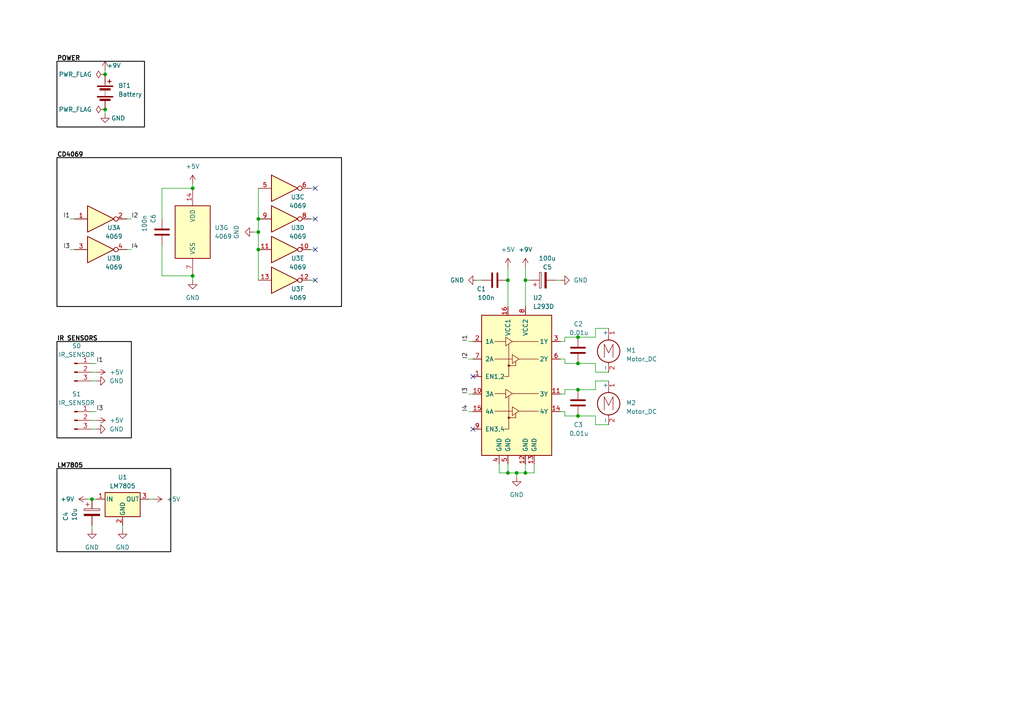
<source format=kicad_sch>
(kicad_sch (version 20230121) (generator eeschema)
  (paper "A4")
  (title_block (title "L293D Motor Controller") (date "2023-08-24") (rev "0") (company "N/A") (comment 1 "N/A"))
  (lib_symbols
    (symbol "4xxx:4069" (pin_names (offset 1.016))
      (property "Reference" "U" (at 0 1.27 0))
      (property "Value" "4069" (at 0 -1.27 0))
      (symbol "4069_1_0"
        (polyline (pts (xy -3.81 3.81) (xy -3.81 -3.81) (xy 3.81 0) (xy -3.81 3.81)) (stroke (width 0.254)) (fill (type background)))
        (pin input line (at -7.62 0 0) (length 3.81) (name "~") (number "1"))
        (pin output inverted (at 7.62 0 180) (length 3.81) (name "~") (number "2"))
      )
      (symbol "4069_2_0"
        (polyline (pts (xy -3.81 3.81) (xy -3.81 -3.81) (xy 3.81 0) (xy -3.81 3.81)) (stroke (width 0.254)) (fill (type background)))
        (pin input line (at -7.62 0 0) (length 3.81) (name "~") (number "3"))
        (pin output inverted (at 7.62 0 180) (length 3.81) (name "~") (number "4"))
      )
      (symbol "4069_3_0"
        (polyline (pts (xy -3.81 3.81) (xy -3.81 -3.81) (xy 3.81 0) (xy -3.81 3.81)) (stroke (width 0.254)) (fill (type background)))
        (pin input line (at -7.62 0 0) (length 3.81) (name "~") (number "5"))
        (pin output inverted (at 7.62 0 180) (length 3.81) (name "~") (number "6"))
      )
      (symbol "4069_4_0"
        (polyline (pts (xy -3.81 3.81) (xy -3.81 -3.81) (xy 3.81 0) (xy -3.81 3.81)) (stroke (width 0.254)) (fill (type background)))
        (pin output inverted (at 7.62 0 180) (length 3.81) (name "~") (number "8"))
        (pin input line (at -7.62 0 0) (length 3.81) (name "~") (number "9"))
      )
      (symbol "4069_5_0"
        (polyline (pts (xy -3.81 3.81) (xy -3.81 -3.81) (xy 3.81 0) (xy -3.81 3.81)) (stroke (width 0.254)) (fill (type background)))
        (pin output inverted (at 7.62 0 180) (length 3.81) (name "~") (number "10"))
        (pin input line (at -7.62 0 0) (length 3.81) (name "~") (number "11"))
      )
      (symbol "4069_6_0"
        (polyline (pts (xy -3.81 3.81) (xy -3.81 -3.81) (xy 3.81 0) (xy -3.81 3.81)) (stroke (width 0.254)) (fill (type background)))
        (pin output inverted (at 7.62 0 180) (length 3.81) (name "~") (number "12"))
        (pin input line (at -7.62 0 0) (length 3.81) (name "~") (number "13"))
      )
      (symbol "4069_7_0"
        (pin power_in line (at 0 12.7 270) (length 5.08) (name "VDD") (number "14"))
        (pin power_in line (at 0 -12.7 90) (length 5.08) (name "VSS") (number "7"))
      )
      (symbol "4069_7_1"
        (rectangle (start -5.08 7.62) (end 5.08 -7.62) (stroke (width 0.254)) (fill (type background)))
      )
    )
    (symbol "Connector:Conn_01x03_Pin" (pin_names (offset 1.016) hide)
      (property "Reference" "J" (at 0 5.08 0))
      (property "Value" "Conn_01x03_Pin" (at 0 -5.08 0))
      (symbol "Conn_01x03_Pin_1_1"
        (polyline (pts (xy 1.27 -2.54) (xy 0.8636 -2.54)) (stroke (width 0.1524)))
        (polyline (pts (xy 1.27 0) (xy 0.8636 0)) (stroke (width 0.1524)))
        (polyline (pts (xy 1.27 2.54) (xy 0.8636 2.54)) (stroke (width 0.1524)))
        (rectangle (start 0.8636 -2.413) (end 0 -2.667) (stroke (width 0.1524)) (fill (type outline)))
        (rectangle (start 0.8636 0.127) (end 0 -0.127) (stroke (width 0.1524)) (fill (type outline)))
        (rectangle (start 0.8636 2.667) (end 0 2.413) (stroke (width 0.1524)) (fill (type outline)))
        (pin passive line (at 5.08 2.54 180) (length 3.81) (name "Pin_1") (number "1"))
        (pin passive line (at 5.08 0 180) (length 3.81) (name "Pin_2") (number "2"))
        (pin passive line (at 5.08 -2.54 180) (length 3.81) (name "Pin_3") (number "3"))
      )
    )
    (symbol "Device:Battery" (pin_numbers hide) (pin_names (offset 0) hide)
      (property "Reference" "BT" (at 2.54 2.54 0))
      (property "Value" "Battery" (at 2.54 0 0))
      (symbol "Battery_0_1"
        (rectangle (start -2.286 -1.27) (end 2.286 -1.524) (fill (type outline)))
        (rectangle (start -2.286 1.778) (end 2.286 1.524) (fill (type outline)))
        (rectangle (start -1.524 -2.032) (end 1.524 -2.54) (fill (type outline)))
        (rectangle (start -1.524 1.016) (end 1.524 0.508) (fill (type outline)))
        (polyline (pts (xy 0 -1.016) (xy 0 -0.762)))
        (polyline (pts (xy 0 -0.508) (xy 0 -0.254)))
        (polyline (pts (xy 0 0) (xy 0 0.254)))
        (polyline (pts (xy 0 1.778) (xy 0 2.54)))
        (polyline (pts (xy 0.762 3.048) (xy 1.778 3.048)) (stroke (width 0.254)))
        (polyline (pts (xy 1.27 3.556) (xy 1.27 2.54)) (stroke (width 0.254)))
      )
      (symbol "Battery_1_1"
        (pin passive line (at 0 5.08 270) (length 2.54) (name "+") (number "1"))
        (pin passive line (at 0 -5.08 90) (length 2.54) (name "-") (number "2"))
      )
    )
    (symbol "Device:C" (pin_numbers hide) (pin_names (offset 0.254))
      (property "Reference" "C" (at 0.635 2.54 0))
      (property "Value" "C" (at 0.635 -2.54 0))
      (symbol "C_0_1"
        (polyline (pts (xy -2.032 -0.762) (xy 2.032 -0.762)) (stroke (width 0.508)))
        (polyline (pts (xy -2.032 0.762) (xy 2.032 0.762)) (stroke (width 0.508)))
      )
      (symbol "C_1_1"
        (pin passive line (at 0 3.81 270) (length 2.794) (name "~") (number "1"))
        (pin passive line (at 0 -3.81 90) (length 2.794) (name "~") (number "2"))
      )
    )
    (symbol "Device:C_Polarized" (pin_numbers hide) (pin_names (offset 0.254))
      (property "Reference" "C" (at 0.635 2.54 0))
      (property "Value" "C_Polarized" (at 0.635 -2.54 0))
      (symbol "C_Polarized_0_1"
        (rectangle (start -2.286 0.508) (end 2.286 1.016))
        (polyline (pts (xy -1.778 2.286) (xy -0.762 2.286)))
        (polyline (pts (xy -1.27 2.794) (xy -1.27 1.778)))
        (rectangle (start 2.286 -0.508) (end -2.286 -1.016) (fill (type outline)))
      )
      (symbol "C_Polarized_1_1"
        (pin passive line (at 0 3.81 270) (length 2.794) (name "~") (number "1"))
        (pin passive line (at 0 -3.81 90) (length 2.794) (name "~") (number "2"))
      )
    )
    (symbol "Driver_Motor:L293D" (pin_names (offset 1.016))
      (property "Reference" "U" (at -5.08 26.035 0))
      (property "Value" "L293D" (at -5.08 24.13 0))
      (symbol "L293D_0_1"
        (rectangle (start -10.16 22.86) (end 10.16 -17.78) (stroke (width 0.254)) (fill (type background)))
        (circle (center -2.286 -6.858) (radius 0.254) (fill (type outline)))
        (circle (center -2.286 8.255) (radius 0.254) (fill (type outline)))
        (polyline (pts (xy -6.35 -4.953) (xy -1.27 -4.953)))
        (polyline (pts (xy -6.35 0.127) (xy -3.175 0.127)))
        (polyline (pts (xy -6.35 10.16) (xy -1.27 10.16)))
        (polyline (pts (xy -6.35 15.24) (xy -3.175 15.24)))
        (polyline (pts (xy -1.27 0.127) (xy 6.35 0.127)))
        (polyline (pts (xy -1.27 15.24) (xy 6.35 15.24)))
        (polyline (pts (xy 0.635 -4.953) (xy 6.35 -4.953)))
        (polyline (pts (xy 0.635 10.16) (xy 6.35 10.16)))
        (polyline (pts (xy -2.286 -6.858) (xy -0.254 -6.858) (xy -0.254 -5.588)))
        (polyline (pts (xy -2.286 -0.635) (xy -2.286 -10.16) (xy -3.556 -10.16)))
        (polyline (pts (xy -2.286 8.255) (xy -0.254 8.255) (xy -0.254 9.525)))
        (polyline (pts (xy -2.286 14.478) (xy -2.286 5.08) (xy -3.556 5.08)))
        (polyline (pts (xy -3.175 1.397) (xy -3.175 -1.143) (xy -1.27 0.127) (xy -3.175 1.397)))
        (polyline (pts (xy -3.175 16.51) (xy -3.175 13.97) (xy -1.27 15.24) (xy -3.175 16.51)))
        (polyline (pts (xy -1.27 -3.683) (xy -1.27 -6.223) (xy 0.635 -4.953) (xy -1.27 -3.683)))
        (polyline (pts (xy -1.27 11.43) (xy -1.27 8.89) (xy 0.635 10.16) (xy -1.27 11.43)))
      )
      (symbol "L293D_1_1"
        (pin input line (at -12.7 5.08 0) (length 2.54) (name "EN1,2") (number "1"))
        (pin input line (at -12.7 0 0) (length 2.54) (name "3A") (number "10"))
        (pin output line (at 12.7 0 180) (length 2.54) (name "3Y") (number "11"))
        (pin power_in line (at 2.54 -20.32 90) (length 2.54) (name "GND") (number "12"))
        (pin power_in line (at 5.08 -20.32 90) (length 2.54) (name "GND") (number "13"))
        (pin output line (at 12.7 -5.08 180) (length 2.54) (name "4Y") (number "14"))
        (pin input line (at -12.7 -5.08 0) (length 2.54) (name "4A") (number "15"))
        (pin power_in line (at -2.54 25.4 270) (length 2.54) (name "VCC1") (number "16"))
        (pin input line (at -12.7 15.24 0) (length 2.54) (name "1A") (number "2"))
        (pin output line (at 12.7 15.24 180) (length 2.54) (name "1Y") (number "3"))
        (pin power_in line (at -5.08 -20.32 90) (length 2.54) (name "GND") (number "4"))
        (pin power_in line (at -2.54 -20.32 90) (length 2.54) (name "GND") (number "5"))
        (pin output line (at 12.7 10.16 180) (length 2.54) (name "2Y") (number "6"))
        (pin input line (at -12.7 10.16 0) (length 2.54) (name "2A") (number "7"))
        (pin power_in line (at 2.54 25.4 270) (length 2.54) (name "VCC2") (number "8"))
        (pin input line (at -12.7 -10.16 0) (length 2.54) (name "EN3,4") (number "9"))
      )
    )
    (symbol "Motor:Motor_DC" (pin_names (offset 0))
      (property "Reference" "M" (at 2.54 2.54 0))
      (property "Value" "Motor_DC" (at 2.54 -5.08 0))
      (symbol "Motor_DC_0_0"
        (polyline (pts (xy -1.27 -3.302) (xy -1.27 0.508) (xy 0 -2.032) (xy 1.27 0.508) (xy 1.27 -3.302)))
      )
      (symbol "Motor_DC_0_1"
        (circle (center 0 -1.524) (radius 3.2512) (stroke (width 0.254)))
        (polyline (pts (xy 0 -7.62) (xy 0 -7.112)))
        (polyline (pts (xy 0 -4.7752) (xy 0 -5.1816)))
        (polyline (pts (xy 0 1.7272) (xy 0 2.0828)))
        (polyline (pts (xy 0 2.032) (xy 0 2.54)))
      )
      (symbol "Motor_DC_1_1"
        (pin passive line (at 0 5.08 270) (length 2.54) (name "+") (number "1"))
        (pin passive line (at 0 -7.62 90) (length 2.54) (name "-") (number "2"))
      )
    )
    (symbol "Regulator_Linear:L7805" (pin_names (offset 0.254))
      (property "Reference" "U" (at -3.81 3.175 0))
      (property "Value" "L7805" (at 0 3.175 0))
      (symbol "L7805_0_1"
        (rectangle (start -5.08 1.905) (end 5.08 -5.08) (stroke (width 0.254)) (fill (type background)))
      )
      (symbol "L7805_1_1"
        (pin power_in line (at -7.62 0 0) (length 2.54) (name "IN") (number "1"))
        (pin power_in line (at 0 -7.62 90) (length 2.54) (name "GND") (number "2"))
        (pin power_out line (at 7.62 0 180) (length 2.54) (name "OUT") (number "3"))
      )
    )
    (symbol "power:+5V" (power) (pin_names (offset 0))
      (property "Value" "+5V" (at 0 3.556 0))
      (symbol "+5V_0_1"
        (polyline (pts (xy -0.762 1.27) (xy 0 2.54)))
        (polyline (pts (xy 0 0) (xy 0 2.54)))
        (polyline (pts (xy 0 2.54) (xy 0.762 1.27)))
      )
      (symbol "+5V_1_1"
        (pin power_in line (at 0 0 90) (length 0) hide (name "+5V") (number "1"))
      )
    )
    (symbol "power:+9V" (power) (pin_names (offset 0))
      (property "Value" "+9V" (at 0 3.556 0))
      (symbol "+9V_0_1"
        (polyline (pts (xy -0.762 1.27) (xy 0 2.54)))
        (polyline (pts (xy 0 0) (xy 0 2.54)))
        (polyline (pts (xy 0 2.54) (xy 0.762 1.27)))
      )
      (symbol "+9V_1_1"
        (pin power_in line (at 0 0 90) (length 0) hide (name "+9V") (number "1"))
      )
    )
    (symbol "power:GND" (power) (pin_names (offset 0))
      (property "Value" "GND" (at 0 -3.81 0))
      (symbol "GND_0_1"
        (polyline (pts (xy 0 0) (xy 0 -1.27) (xy 1.27 -1.27) (xy 0 -2.54) (xy -1.27 -1.27) (xy 0 -1.27)))
      )
      (symbol "GND_1_1"
        (pin power_in line (at 0 0 270) (length 0) hide (name "GND") (number "1"))
      )
    )
    (symbol "power:PWR_FLAG" (power) (pin_numbers hide) (pin_names (offset 0) hide)
      (property "Value" "PWR_FLAG" (at 0 3.81 0))
      (symbol "PWR_FLAG_0_0"
        (pin power_out line (at 0 0 90) (length 0) (name "pwr") (number "1"))
      )
      (symbol "PWR_FLAG_0_1"
        (polyline (pts (xy 0 0) (xy 0 1.27) (xy -1.016 1.905) (xy 0 2.54) (xy 1.016 1.905) (xy 0 1.27)))
      )
    )
  )
  (junction (at 55.88 54.61))
  (junction (at 147.32 137.16))
  (junction (at 147.32 81.28))
  (junction (at 167.64 120.65))
  (junction (at 152.4 137.16))
  (junction (at 55.88 80.01))
  (junction (at 167.64 97.79))
  (junction (at 74.93 72.39))
  (junction (at 167.64 105.41))
  (junction (at 74.93 63.5))
  (junction (at 30.48 31.75))
  (junction (at 152.4 81.28))
  (junction (at 30.48 21.59))
  (junction (at 26.67 144.78))
  (junction (at 167.64 113.03))
  (junction (at 149.86 137.16))
  (junction (at 74.93 67.31))
  (no_connect (at 91.44 81.28))
  (no_connect (at 137.16 109.22))
  (no_connect (at 91.44 72.39))
  (no_connect (at 137.16 124.46))
  (no_connect (at 91.44 63.5))
  (no_connect (at 91.44 54.61))
  (wire (pts (xy 26.67 144.78) (xy 27.94 144.78)))
  (wire (pts (xy 26.67 105.41) (xy 27.94 105.41)))
  (wire (pts (xy 147.32 134.62) (xy 147.32 137.16)))
  (wire (pts (xy 152.4 77.47) (xy 152.4 81.28)))
  (wire (pts (xy 172.72 95.25) (xy 176.53 95.25)))
  (wire (pts (xy 167.64 105.41) (xy 172.72 105.41)))
  (wire (pts (xy 55.88 80.01) (xy 55.88 81.28)))
  (wire (pts (xy 153.67 81.28) (xy 152.4 81.28)))
  (wire (pts (xy 73.66 67.31) (xy 74.93 67.31)))
  (wire (pts (xy 167.64 113.03) (xy 172.72 113.03)))
  (wire (pts (xy 38.1 72.39) (xy 36.83 72.39)))
  (wire (pts (xy 135.89 99.06) (xy 137.16 99.06)))
  (wire (pts (xy 149.86 137.16) (xy 152.4 137.16)))
  (wire (pts (xy 20.32 63.5) (xy 21.59 63.5)))
  (wire (pts (xy 152.4 134.62) (xy 152.4 137.16)))
  (wire (pts (xy 163.83 99.06) (xy 163.83 97.79)))
  (wire (pts (xy 46.99 63.5) (xy 46.99 54.61)))
  (wire (pts (xy 74.93 72.39) (xy 74.93 81.28)))
  (wire (pts (xy 74.93 67.31) (xy 74.93 72.39)))
  (wire (pts (xy 144.78 137.16) (xy 147.32 137.16)))
  (wire (pts (xy 46.99 54.61) (xy 55.88 54.61)))
  (wire (pts (xy 26.67 124.46) (xy 27.94 124.46)))
  (wire (pts (xy 30.48 20.32) (xy 30.48 21.59)))
  (wire (pts (xy 91.44 72.39) (xy 90.17 72.39)))
  (wire (pts (xy 172.72 105.41) (xy 172.72 107.95)))
  (wire (pts (xy 135.89 114.3) (xy 137.16 114.3)))
  (wire (pts (xy 172.72 107.95) (xy 176.53 107.95)))
  (wire (pts (xy 55.88 53.34) (xy 55.88 54.61)))
  (wire (pts (xy 163.83 114.3) (xy 163.83 113.03)))
  (wire (pts (xy 91.44 63.5) (xy 90.17 63.5)))
  (wire (pts (xy 163.83 99.06) (xy 162.56 99.06)))
  (wire (pts (xy 74.93 63.5) (xy 74.93 67.31)))
  (wire (pts (xy 149.86 137.16) (xy 149.86 138.43)))
  (wire (pts (xy 147.32 77.47) (xy 147.32 81.28)))
  (wire (pts (xy 135.89 119.38) (xy 137.16 119.38)))
  (wire (pts (xy 154.94 137.16) (xy 154.94 134.62)))
  (wire (pts (xy 163.83 120.65) (xy 163.83 119.38)))
  (wire (pts (xy 163.83 105.41) (xy 167.64 105.41)))
  (wire (pts (xy 26.67 110.49) (xy 27.94 110.49)))
  (wire (pts (xy 46.99 71.12) (xy 46.99 80.01)))
  (wire (pts (xy 26.67 152.4) (xy 26.67 153.67)))
  (wire (pts (xy 26.67 119.38) (xy 27.94 119.38)))
  (wire (pts (xy 144.78 137.16) (xy 144.78 134.62)))
  (wire (pts (xy 172.72 113.03) (xy 172.72 110.49)))
  (wire (pts (xy 172.72 123.19) (xy 176.53 123.19)))
  (wire (pts (xy 26.67 107.95) (xy 27.94 107.95)))
  (wire (pts (xy 20.32 72.39) (xy 21.59 72.39)))
  (wire (pts (xy 147.32 137.16) (xy 149.86 137.16)))
  (wire (pts (xy 152.4 81.28) (xy 152.4 88.9)))
  (wire (pts (xy 91.44 81.28) (xy 90.17 81.28)))
  (wire (pts (xy 35.56 152.4) (xy 35.56 153.67)))
  (wire (pts (xy 74.93 54.61) (xy 74.93 63.5)))
  (wire (pts (xy 163.83 114.3) (xy 162.56 114.3)))
  (wire (pts (xy 172.72 97.79) (xy 172.72 95.25)))
  (wire (pts (xy 43.18 144.78) (xy 44.45 144.78)))
  (wire (pts (xy 135.89 104.14) (xy 137.16 104.14)))
  (wire (pts (xy 138.43 81.28) (xy 139.7 81.28)))
  (wire (pts (xy 162.56 81.28) (xy 161.29 81.28)))
  (wire (pts (xy 163.83 120.65) (xy 167.64 120.65)))
  (wire (pts (xy 147.32 81.28) (xy 147.32 88.9)))
  (wire (pts (xy 167.64 120.65) (xy 172.72 120.65)))
  (wire (pts (xy 38.1 63.5) (xy 36.83 63.5)))
  (wire (pts (xy 163.83 119.38) (xy 162.56 119.38)))
  (wire (pts (xy 162.56 104.14) (xy 163.83 104.14)))
  (wire (pts (xy 152.4 137.16) (xy 154.94 137.16)))
  (wire (pts (xy 163.83 105.41) (xy 163.83 104.14)))
  (wire (pts (xy 163.83 97.79) (xy 167.64 97.79)))
  (wire (pts (xy 46.99 80.01) (xy 55.88 80.01)))
  (wire (pts (xy 172.72 97.79) (xy 167.64 97.79)))
  (wire (pts (xy 30.48 31.75) (xy 30.48 33.02)))
  (wire (pts (xy 163.83 113.03) (xy 167.64 113.03)))
  (wire (pts (xy 172.72 120.65) (xy 172.72 123.19)))
  (wire (pts (xy 91.44 54.61) (xy 90.17 54.61)))
  (wire (pts (xy 26.67 121.92) (xy 27.94 121.92)))
  (wire (pts (xy 172.72 110.49) (xy 176.53 110.49)))
  (wire (pts (xy 25.4 144.78) (xy 26.67 144.78)))
  (rectangle (start 16.51 17.78) (end 41.91 36.83) (stroke (width 0.25) (color 0 0 0 1)))
  (rectangle (start 16.51 99.06) (end 38.1 127) (stroke (width 0.25) (color 0 0 0 1)))
  (rectangle (start 16.51 135.89) (end 49.53 160.02) (stroke (width 0.25) (color 0 0 0 1)))
  (rectangle (start 16.51 45.72) (end 99.06 88.9) (stroke (width 0.25) (color 0 0 0 1)))
  (text "LM7805" (at 16.51 135.89 0) (effects (font (size 1.27 1.27) (thickness 0.254) bold) (justify left bottom)))
  (text "POWER" (at 16.51 17.78 0) (effects (font (size 1.27 1.27) (thickness 0.254) bold) (justify left bottom)))
  (text "IR SENSORS" (at 16.51 99.06 0) (effects (font (size 1.27 1.27) (thickness 0.254) bold) (justify left bottom)))
  (text "CD4069" (at 16.51 45.72 0) (effects (font (size 1.27 1.27) (thickness 0.254) bold) (justify left bottom)))
  (label "I2" (at 38.1 63.5 0))
  (label "I2" (at 135.89 104.14 90))
  (label "I1" (at 20.32 63.5 180))
  (label "I4" (at 38.1 72.39 0))
  (label "I1" (at 27.94 105.41 0))
  (label "I3" (at 20.32 72.39 180))
  (label "I3" (at 27.94 119.38 0))
  (label "I4" (at 135.89 119.38 90))
  (label "I3" (at 135.89 114.3 90))
  (label "I1" (at 135.89 99.06 90))
  (symbol (lib_id "Connector:Conn_01x03_Pin") (at 21.59 107.95 0) (unit 1)
    (property "Reference" "S0" (at 22.225 100.33 0))
    (property "Value" "IR_SENSOR" (at 22.225 102.87 0))
    (property "Footprint" "Connector_PinHeader_2.54mm:PinHeader_1x03_P2.54mm_Vertical" (effects hide))
  )
  (symbol (lib_id "Device:Battery") (at 30.48 26.67 0) (unit 1)
    (property "Reference" "BT1" (at 34.29 24.8285 0) (effects (justify left)))
    (property "Value" "Battery" (at 34.29 27.3685 0) (effects (justify left)))
    (property "Footprint" "Connector_PinHeader_2.54mm:PinHeader_1x02_P2.54mm_Vertical" (effects hide))
  )
  (symbol (lib_id "4xxx:4069") (at 82.55 54.61 0) (unit 3)
    (property "Reference" "U3" (at 86.36 57.15 0))
    (property "Value" "4069" (at 86.36 59.69 0))
    (property "Footprint" "Package_DIP:DIP-14_W7.62mm" (effects hide))
    (property "Datasheet" "http://www.intersil.com/content/dam/Intersil/documents/cd40/cd4069ubms.pdf" (effects hide))
  )
  (symbol (lib_id "power:GND") (at 149.86 138.43 0) (unit 1)
    (property "Reference" "#PWR015" (effects hide))
    (property "Value" "GND" (at 149.86 143.51 0))
  )
  (symbol (lib_id "power:GND") (at 26.67 153.67 0) (unit 1)
    (property "Reference" "#PWR014" (effects hide))
    (property "Value" "GND" (at 26.67 158.75 0))
  )
  (symbol (lib_id "power:+5V") (at 147.32 77.47 0) (unit 1)
    (property "Reference" "#PWR08" (effects hide))
    (property "Value" "+5V" (at 147.32 72.39 0))
  )
  (symbol (lib_id "Device:C") (at 167.64 116.84 0) (unit 1)
    (property "Reference" "C3" (at 166.37 123.19 0) (effects (justify left)))
    (property "Value" "0.01u" (at 165.1 125.73 0) (effects (justify left)))
    (property "Footprint" "Capacitor_THT:C_Disc_D3.0mm_W1.6mm_P2.50mm" (effects hide))
  )
  (symbol (lib_id "power:GND") (at 162.56 81.28 90) (unit 1)
    (property "Reference" "#PWR016" (effects hide))
    (property "Value" "GND" (at 166.37 81.28 90) (effects (justify right)))
  )
  (symbol (lib_id "Device:C_Polarized") (at 157.48 81.28 90) (unit 1)
    (property "Reference" "C5" (at 158.75 77.47 90))
    (property "Value" "100u" (at 158.75 74.93 90))
    (property "Footprint" "Capacitor_THT:CP_Radial_D4.0mm_P1.50mm" (effects hide))
  )
  (symbol (lib_id "power:GND") (at 27.94 124.46 90) (unit 1)
    (property "Reference" "#PWR012" (effects hide))
    (property "Value" "GND" (at 31.75 124.46 90) (effects (justify right)))
  )
  (symbol (lib_id "Device:C") (at 143.51 81.28 90) (unit 1)
    (property "Reference" "C1" (at 140.97 83.82 90) (effects (justify left)))
    (property "Value" "100n" (at 143.51 86.36 90) (effects (justify left)))
    (property "Footprint" "Capacitor_THT:C_Disc_D3.0mm_W1.6mm_P2.50mm" (effects hide))
  )
  (symbol (lib_id "power:GND") (at 35.56 153.67 0) (unit 1)
    (property "Reference" "#PWR013" (effects hide))
    (property "Value" "GND" (at 35.56 158.75 0))
  )
  (symbol (lib_id "power:+5V") (at 55.88 53.34 0) (unit 1)
    (property "Reference" "#PWR04" (effects hide))
    (property "Value" "+5V" (at 55.88 48.26 0))
  )
  (symbol (lib_id "Device:C") (at 46.99 67.31 0) (unit 1)
    (property "Reference" "C6" (at 44.45 64.77 90) (effects (justify left)))
    (property "Value" "100n" (at 41.91 67.31 90) (effects (justify left)))
    (property "Footprint" "Capacitor_THT:C_Disc_D3.0mm_W1.6mm_P2.50mm" (effects hide))
  )
  (symbol (lib_id "4xxx:4069") (at 29.21 72.39 0) (unit 2)
    (property "Reference" "U3" (at 33.02 74.93 0))
    (property "Value" "4069" (at 33.02 77.47 0))
    (property "Footprint" "Package_DIP:DIP-14_W7.62mm" (effects hide))
    (property "Datasheet" "http://www.intersil.com/content/dam/Intersil/documents/cd40/cd4069ubms.pdf" (effects hide))
  )
  (symbol (lib_id "power:PWR_FLAG") (at 30.48 21.59 90) (unit 1)
    (property "Reference" "#FLG01" (effects hide))
    (property "Value" "PWR_FLAG" (at 26.67 21.59 90) (effects (justify left)))
  )
  (symbol (lib_id "power:PWR_FLAG") (at 30.48 31.75 90) (unit 1)
    (property "Reference" "#FLG02" (effects hide))
    (property "Value" "PWR_FLAG" (at 26.67 31.75 90) (effects (justify left)))
  )
  (symbol (lib_id "power:+5V") (at 27.94 121.92 270) (unit 1)
    (property "Reference" "#PWR06" (effects hide))
    (property "Value" "+5V" (at 31.75 121.92 90) (effects (justify left)))
  )
  (symbol (lib_id "4xxx:4069") (at 29.21 63.5 0) (unit 1)
    (property "Reference" "U3" (at 33.02 66.04 0))
    (property "Value" "4069" (at 33.02 68.58 0))
    (property "Footprint" "Package_DIP:DIP-14_W7.62mm" (effects hide))
    (property "Datasheet" "http://www.intersil.com/content/dam/Intersil/documents/cd40/cd4069ubms.pdf" (effects hide))
  )
  (symbol (lib_id "power:+9V") (at 25.4 144.78 90) (unit 1)
    (property "Reference" "#PWR02" (effects hide))
    (property "Value" "+9V" (at 21.59 144.78 90) (effects (justify left)))
  )
  (symbol (lib_id "Connector:Conn_01x03_Pin") (at 21.59 121.92 0) (unit 1)
    (property "Reference" "S1" (at 22.225 114.3 0))
    (property "Value" "IR_SENSOR" (at 22.225 116.84 0))
    (property "Footprint" "Connector_PinHeader_2.54mm:PinHeader_1x03_P2.54mm_Vertical" (effects hide))
  )
  (symbol (lib_id "4xxx:4069") (at 82.55 81.28 0) (unit 6)
    (property "Reference" "U3" (at 86.36 83.82 0))
    (property "Value" "4069" (at 86.36 86.36 0))
    (property "Footprint" "Package_DIP:DIP-14_W7.62mm" (effects hide))
    (property "Datasheet" "http://www.intersil.com/content/dam/Intersil/documents/cd40/cd4069ubms.pdf" (effects hide))
  )
  (symbol (lib_id "4xxx:4069") (at 82.55 63.5 0) (unit 4)
    (property "Reference" "U3" (at 86.36 66.04 0))
    (property "Value" "4069" (at 86.36 68.58 0))
    (property "Footprint" "Package_DIP:DIP-14_W7.62mm" (effects hide))
    (property "Datasheet" "http://www.intersil.com/content/dam/Intersil/documents/cd40/cd4069ubms.pdf" (effects hide))
  )
  (symbol (lib_id "Motor:Motor_DC") (at 176.53 100.33 0) (unit 1)
    (property "Reference" "M1" (at 181.61 101.6 0) (effects (justify left)))
    (property "Value" "Motor_DC" (at 181.61 104.14 0) (effects (justify left)))
    (property "Footprint" "Connector_PinHeader_2.54mm:PinHeader_1x02_P2.54mm_Vertical" (effects hide))
  )
  (symbol (lib_id "power:GND") (at 27.94 110.49 90) (unit 1)
    (property "Reference" "#PWR011" (effects hide))
    (property "Value" "GND" (at 31.75 110.49 90) (effects (justify right)))
  )
  (symbol (lib_id "power:GND") (at 55.88 81.28 0) (unit 1)
    (property "Reference" "#PWR019" (effects hide))
    (property "Value" "GND" (at 55.88 86.36 0))
  )
  (symbol (lib_id "4xxx:4069") (at 82.55 72.39 0) (unit 5)
    (property "Reference" "U3" (at 86.36 74.93 0))
    (property "Value" "4069" (at 86.36 77.47 0))
    (property "Footprint" "Package_DIP:DIP-14_W7.62mm" (effects hide))
    (property "Datasheet" "http://www.intersil.com/content/dam/Intersil/documents/cd40/cd4069ubms.pdf" (effects hide))
  )
  (symbol (lib_id "power:+9V") (at 30.48 20.32 0) (unit 1)
    (property "Reference" "#PWR01" (effects hide))
    (property "Value" "+9V" (at 33.02 19.05 0))
  )
  (symbol (lib_id "Driver_Motor:L293D") (at 149.86 114.3 0) (unit 1)
    (property "Reference" "U2" (at 154.5941 86.36 0) (effects (justify left)))
    (property "Value" "L293D" (at 154.5941 88.9 0) (effects (justify left)))
    (property "Footprint" "Package_DIP:DIP-16_W7.62mm" (effects hide))
    (property "Datasheet" "http://www.ti.com/lit/ds/symlink/l293.pdf" (effects hide))
  )
  (symbol (lib_id "power:+5V") (at 44.45 144.78 270) (unit 1)
    (property "Reference" "#PWR07" (effects hide))
    (property "Value" "+5V" (at 48.26 144.78 90) (effects (justify left)))
  )
  (symbol (lib_id "Motor:Motor_DC") (at 176.53 115.57 0) (unit 1)
    (property "Reference" "M2" (at 181.61 116.84 0) (effects (justify left)))
    (property "Value" "Motor_DC" (at 181.61 119.38 0) (effects (justify left)))
    (property "Footprint" "Connector_PinHeader_2.54mm:PinHeader_1x02_P2.54mm_Vertical" (effects hide))
  )
  (symbol (lib_id "4xxx:4069") (at 55.88 67.31 0) (unit 7)
    (property "Reference" "U3" (at 62.23 66.04 0) (effects (justify left)))
    (property "Value" "4069" (at 62.23 68.58 0) (effects (justify left)))
    (property "Footprint" "Package_DIP:DIP-14_W7.62mm" (effects hide))
    (property "Datasheet" "http://www.intersil.com/content/dam/Intersil/documents/cd40/cd4069ubms.pdf" (effects hide))
  )
  (symbol (lib_id "Device:C") (at 167.64 101.6 0) (unit 1)
    (property "Reference" "C2" (at 166.37 93.98 0) (effects (justify left)))
    (property "Value" "0.01u" (at 165.1 96.52 0) (effects (justify left)))
    (property "Footprint" "Capacitor_THT:C_Disc_D3.0mm_W1.6mm_P2.50mm" (effects hide))
  )
  (symbol (lib_id "power:GND") (at 138.43 81.28 270) (mirror x) (unit 1)
    (property "Reference" "#PWR017" (effects hide))
    (property "Value" "GND" (at 134.62 81.28 90) (effects (justify right)))
  )
  (symbol (lib_id "Regulator_Linear:L7805") (at 35.56 144.78 0) (unit 1)
    (property "Reference" "U1" (at 35.56 138.43 0))
    (property "Value" "LM7805" (at 35.56 140.97 0))
    (property "Footprint" "Package_TO_SOT_THT:TO-220-3_Vertical" (effects hide))
    (property "Datasheet" "http://www.st.com/content/ccc/resource/technical/document/datasheet/41/4f/b3/b0/12/d4/47/88/CD00000444.pdf/files/CD00000444.pdf/jcr:content/translations/en.CD00000444.pdf" (effects hide))
  )
  (symbol (lib_id "Device:C_Polarized") (at 26.67 148.59 0) (unit 1)
    (property "Reference" "C4" (at 19.05 151.13 90) (effects (justify left)))
    (property "Value" "10u" (at 21.59 151.13 90) (effects (justify left)))
    (property "Footprint" "Capacitor_THT:CP_Radial_D4.0mm_P1.50mm" (effects hide))
  )
  (symbol (lib_id "power:+5V") (at 27.94 107.95 270) (unit 1)
    (property "Reference" "#PWR05" (effects hide))
    (property "Value" "+5V" (at 31.75 107.95 90) (effects (justify left)))
  )
  (symbol (lib_id "power:GND") (at 30.48 33.02 0) (unit 1)
    (property "Reference" "#PWR09" (effects hide))
    (property "Value" "GND" (at 34.29 34.29 0))
  )
  (symbol (lib_id "power:GND") (at 73.66 67.31 270) (unit 1)
    (property "Reference" "#PWR010" (effects hide))
    (property "Value" "GND" (at 68.58 67.31 0))
  )
  (symbol (lib_id "power:+9V") (at 152.4 77.47 0) (unit 1)
    (property "Reference" "#PWR03" (effects hide))
    (property "Value" "+9V" (at 152.4 72.39 0))
  )
)
</source>
